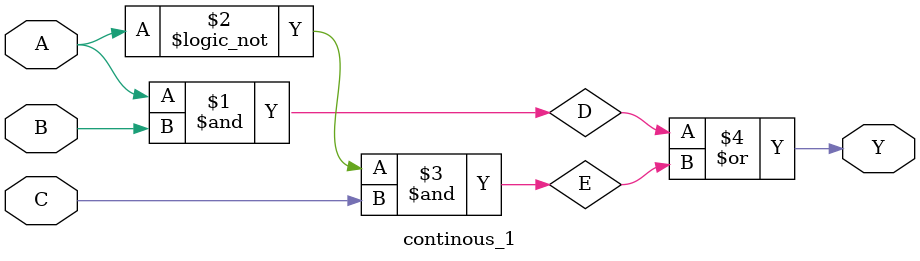
<source format=v>
/* Behavioral assignment example 1
Demonstrates continuous assignments
*/
module continous_1(A,B,C,Y);
  input A, B, C;
  output Y;
  wire D,E;

  assign D = A & B;
  assign E = !A & C;
  assign Y = D | E;
endmodule //continous_1

</source>
